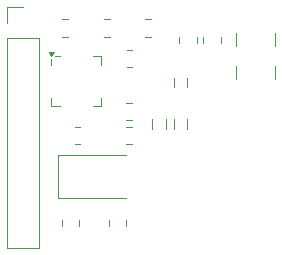
<source format=gbr>
%TF.GenerationSoftware,KiCad,Pcbnew,8.0.8*%
%TF.CreationDate,2025-03-31T21:12:05+02:00*%
%TF.ProjectId,nrf24small,6e726632-3473-46d6-916c-6c2e6b696361,rev?*%
%TF.SameCoordinates,Original*%
%TF.FileFunction,Legend,Top*%
%TF.FilePolarity,Positive*%
%FSLAX46Y46*%
G04 Gerber Fmt 4.6, Leading zero omitted, Abs format (unit mm)*
G04 Created by KiCad (PCBNEW 8.0.8) date 2025-03-31 21:12:05*
%MOMM*%
%LPD*%
G01*
G04 APERTURE LIST*
%ADD10C,0.120000*%
G04 APERTURE END LIST*
D10*
%TO.C,J1*%
X103540000Y-53485000D02*
X103540000Y-52375000D01*
X103540000Y-56275000D02*
X103540000Y-55165000D01*
X106790000Y-53485000D02*
X106790000Y-52375000D01*
X106790000Y-56275000D02*
X106790000Y-55165000D01*
%TO.C,Y1*%
X94200000Y-62700000D02*
X88450000Y-62700000D01*
X88450000Y-66300000D02*
X94200000Y-66300000D01*
X88450000Y-62700000D02*
X88450000Y-66300000D01*
%TO.C,U1*%
X87890000Y-55052500D02*
X87890000Y-54567500D01*
X87890000Y-58547500D02*
X87890000Y-57822500D01*
X88615000Y-54327500D02*
X88190000Y-54327500D01*
X88615000Y-58547500D02*
X87890000Y-58547500D01*
X91385000Y-54327500D02*
X92110000Y-54327500D01*
X91385000Y-58547500D02*
X92110000Y-58547500D01*
X92110000Y-54327500D02*
X92110000Y-55052500D01*
X92110000Y-58547500D02*
X92110000Y-57822500D01*
X87890000Y-54327500D02*
X87650000Y-53997500D01*
X88130000Y-53997500D01*
X87890000Y-54327500D01*
G36*
X87890000Y-54327500D02*
G01*
X87650000Y-53997500D01*
X88130000Y-53997500D01*
X87890000Y-54327500D01*
G37*
%TO.C,J2*%
X84170000Y-50130000D02*
X85500000Y-50130000D01*
X84170000Y-51460000D02*
X84170000Y-50130000D01*
X84170000Y-52730000D02*
X84170000Y-70570000D01*
X84170000Y-52730000D02*
X86830000Y-52730000D01*
X84170000Y-70570000D02*
X86830000Y-70570000D01*
X86830000Y-52730000D02*
X86830000Y-70570000D01*
%TO.C,C10*%
X102235000Y-52688748D02*
X102235000Y-53211252D01*
X100765000Y-52688748D02*
X100765000Y-53211252D01*
%TO.C,C9*%
X100185000Y-52688748D02*
X100185000Y-53211252D01*
X98715000Y-52688748D02*
X98715000Y-53211252D01*
%TO.C,C8*%
X94711252Y-58265000D02*
X94188748Y-58265000D01*
X94711252Y-59735000D02*
X94188748Y-59735000D01*
%TO.C,C7*%
X94711252Y-61735000D02*
X94188748Y-61735000D01*
X94711252Y-60265000D02*
X94188748Y-60265000D01*
%TO.C,C6*%
X90235000Y-68188748D02*
X90235000Y-68711252D01*
X88765000Y-68188748D02*
X88765000Y-68711252D01*
%TO.C,C5*%
X94235000Y-68188748D02*
X94235000Y-68711252D01*
X92765000Y-68188748D02*
X92765000Y-68711252D01*
%TO.C,C4*%
X89336252Y-51202500D02*
X88813748Y-51202500D01*
X89336252Y-52672500D02*
X88813748Y-52672500D01*
%TO.C,C3*%
X95838748Y-51202500D02*
X96361252Y-51202500D01*
X95838748Y-52672500D02*
X96361252Y-52672500D01*
%TO.C,C1*%
X92313748Y-51202500D02*
X92836252Y-51202500D01*
X92313748Y-52672500D02*
X92836252Y-52672500D01*
%TO.C,L2*%
X96440000Y-60462122D02*
X96440000Y-59662878D01*
X97560000Y-60462122D02*
X97560000Y-59662878D01*
%TO.C,L3*%
X98240000Y-59662878D02*
X98240000Y-60462122D01*
X99360000Y-59662878D02*
X99360000Y-60462122D01*
%TO.C,L4*%
X99360000Y-56162878D02*
X99360000Y-56962122D01*
X98240000Y-56162878D02*
X98240000Y-56962122D01*
%TO.C,R1*%
X94727064Y-55235000D02*
X94272936Y-55235000D01*
X94727064Y-53765000D02*
X94272936Y-53765000D01*
%TO.C,R2*%
X90314564Y-61735000D02*
X89860436Y-61735000D01*
X90314564Y-60265000D02*
X89860436Y-60265000D01*
%TD*%
M02*

</source>
